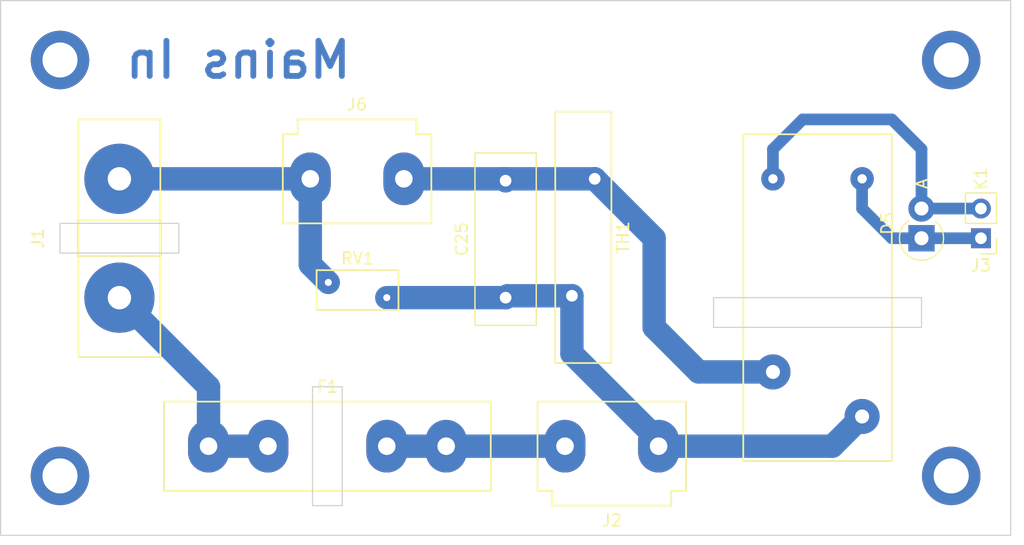
<source format=kicad_pcb>
(kicad_pcb (version 20171130) (host pcbnew 5.0.2-bee76a0~70~ubuntu16.04.1)

  (general
    (thickness 1.6)
    (drawings 17)
    (tracks 38)
    (zones 0)
    (modules 10)
    (nets 8)
  )

  (page A4)
  (layers
    (0 F.Cu signal)
    (31 B.Cu signal)
    (32 B.Adhes user)
    (33 F.Adhes user)
    (34 B.Paste user)
    (35 F.Paste user)
    (36 B.SilkS user)
    (37 F.SilkS user)
    (38 B.Mask user)
    (39 F.Mask user)
    (40 Dwgs.User user)
    (41 Cmts.User user)
    (42 Eco1.User user)
    (43 Eco2.User user)
    (44 Edge.Cuts user)
    (45 Margin user)
    (46 B.CrtYd user)
    (47 F.CrtYd user)
    (48 B.Fab user)
    (49 F.Fab user)
  )

  (setup
    (last_trace_width 1)
    (trace_clearance 1)
    (zone_clearance 0.508)
    (zone_45_only no)
    (trace_min 0.2)
    (segment_width 0.2)
    (edge_width 0.1)
    (via_size 0.8)
    (via_drill 0.4)
    (via_min_size 0.4)
    (via_min_drill 0.3)
    (uvia_size 0.3)
    (uvia_drill 0.1)
    (uvias_allowed no)
    (uvia_min_size 0.2)
    (uvia_min_drill 0.1)
    (pcb_text_width 0.3)
    (pcb_text_size 1.5 1.5)
    (mod_edge_width 0.15)
    (mod_text_size 1 1)
    (mod_text_width 0.15)
    (pad_size 1.5 1.5)
    (pad_drill 0.6)
    (pad_to_mask_clearance 0)
    (solder_mask_min_width 0.25)
    (aux_axis_origin 0 0)
    (visible_elements FFFFFF7F)
    (pcbplotparams
      (layerselection 0x00040_7ffffffe)
      (usegerberextensions false)
      (usegerberattributes false)
      (usegerberadvancedattributes false)
      (creategerberjobfile false)
      (excludeedgelayer true)
      (linewidth 0.100000)
      (plotframeref false)
      (viasonmask false)
      (mode 1)
      (useauxorigin false)
      (hpglpennumber 1)
      (hpglpenspeed 20)
      (hpglpendiameter 15.000000)
      (psnegative false)
      (psa4output false)
      (plotreference true)
      (plotvalue true)
      (plotinvisibletext false)
      (padsonsilk false)
      (subtractmaskfromsilk false)
      (outputformat 3)
      (mirror false)
      (drillshape 1)
      (scaleselection 1)
      (outputdirectory ""))
  )

  (net 0 "")
  (net 1 "Net-(C25-Pad1)")
  (net 2 "Net-(C25-Pad2)")
  (net 3 "Net-(D5-Pad1)")
  (net 4 "Net-(D5-Pad2)")
  (net 5 "Net-(F1-Pad2)")
  (net 6 "Net-(F1-Pad1)")
  (net 7 "Net-(J1-Pad2)")

  (net_class Default "This is the default net class."
    (clearance 1)
    (trace_width 1)
    (via_dia 0.8)
    (via_drill 0.4)
    (uvia_dia 0.3)
    (uvia_drill 0.1)
    (add_net "Net-(C25-Pad1)")
    (add_net "Net-(C25-Pad2)")
    (add_net "Net-(D5-Pad1)")
    (add_net "Net-(D5-Pad2)")
    (add_net "Net-(F1-Pad1)")
    (add_net "Net-(F1-Pad2)")
    (add_net "Net-(J1-Pad2)")
  )

  (module Capacitor_THT:C_Disc_D14.5mm_W5.0mm_P10.00mm (layer F.Cu) (tedit 5AE50EF0) (tstamp 5CEFA5DA)
    (at 53.34 35.56 90)
    (descr "C, Disc series, Radial, pin pitch=10.00mm, , diameter*width=14.5*5.0mm^2, Capacitor, http://www.vishay.com/docs/28535/vy2series.pdf")
    (tags "C Disc series Radial pin pitch 10.00mm  diameter 14.5mm width 5.0mm Capacitor")
    (path /5BCEF457)
    (fp_text reference C25 (at 5 -3.75 90) (layer F.SilkS)
      (effects (font (size 1 1) (thickness 0.15)))
    )
    (fp_text value "203M SF 250V AC" (at 5 3.75 90) (layer F.Fab)
      (effects (font (size 1 1) (thickness 0.15)))
    )
    (fp_line (start -2.25 -2.5) (end -2.25 2.5) (layer F.Fab) (width 0.1))
    (fp_line (start -2.25 2.5) (end 12.25 2.5) (layer F.Fab) (width 0.1))
    (fp_line (start 12.25 2.5) (end 12.25 -2.5) (layer F.Fab) (width 0.1))
    (fp_line (start 12.25 -2.5) (end -2.25 -2.5) (layer F.Fab) (width 0.1))
    (fp_line (start -2.37 -2.62) (end 12.37 -2.62) (layer F.SilkS) (width 0.12))
    (fp_line (start -2.37 2.62) (end 12.37 2.62) (layer F.SilkS) (width 0.12))
    (fp_line (start -2.37 -2.62) (end -2.37 2.62) (layer F.SilkS) (width 0.12))
    (fp_line (start 12.37 -2.62) (end 12.37 2.62) (layer F.SilkS) (width 0.12))
    (fp_line (start -2.5 -2.75) (end -2.5 2.75) (layer F.CrtYd) (width 0.05))
    (fp_line (start -2.5 2.75) (end 12.5 2.75) (layer F.CrtYd) (width 0.05))
    (fp_line (start 12.5 2.75) (end 12.5 -2.75) (layer F.CrtYd) (width 0.05))
    (fp_line (start 12.5 -2.75) (end -2.5 -2.75) (layer F.CrtYd) (width 0.05))
    (fp_text user %R (at 5 0 90) (layer F.Fab)
      (effects (font (size 1 1) (thickness 0.15)))
    )
    (pad 1 thru_hole circle (at 0 0 90) (size 2 2) (drill 1) (layers *.Cu *.Mask)
      (net 1 "Net-(C25-Pad1)"))
    (pad 2 thru_hole circle (at 10 0 90) (size 2 2) (drill 1) (layers *.Cu *.Mask)
      (net 2 "Net-(C25-Pad2)"))
    (model ${KISYS3DMOD}/Capacitor_THT.3dshapes/C_Disc_D14.5mm_W5.0mm_P10.00mm.wrl
      (at (xyz 0 0 0))
      (scale (xyz 1 1 1))
      (rotate (xyz 0 0 0))
    )
  )

  (module mixersupply_fuse:Fuseholder0520 (layer F.Cu) (tedit 5BC4A14C) (tstamp 5CEFA605)
    (at 38.1 48.26)
    (path /5BA8F401)
    (fp_text reference F1 (at 0 -5.08) (layer F.SilkS)
      (effects (font (size 1 1) (thickness 0.15)))
    )
    (fp_text value "Fuse 1.6A T" (at 0 -6.35) (layer F.Fab)
      (effects (font (size 1 1) (thickness 0.15)))
    )
    (fp_line (start 13.97 -3.81) (end 13.97 3.81) (layer F.SilkS) (width 0.15))
    (fp_line (start 13.97 3.81) (end -13.97 3.81) (layer F.SilkS) (width 0.15))
    (fp_line (start -13.97 3.81) (end -13.97 -3.81) (layer F.SilkS) (width 0.15))
    (fp_line (start -13.97 -3.81) (end 13.97 -3.81) (layer F.SilkS) (width 0.15))
    (pad 2 thru_hole oval (at 10.16 0 90) (size 4.5 3.5) (drill 1.5) (layers *.Cu *.Mask)
      (net 5 "Net-(F1-Pad2)"))
    (pad 2 thru_hole oval (at 5.08 0 90) (size 4.5 3.5) (drill 1.5) (layers *.Cu *.Mask)
      (net 5 "Net-(F1-Pad2)"))
    (pad 1 thru_hole oval (at -5.08 0 90) (size 4.5 3.5) (drill 1.5) (layers *.Cu *.Mask)
      (net 6 "Net-(F1-Pad1)"))
    (pad 1 thru_hole oval (at -10.16 0 90) (size 4.5 3.5) (drill 1.5) (layers *.Cu *.Mask)
      (net 6 "Net-(F1-Pad1)"))
  )

  (module mixersupply_connectors:AC_Connector (layer F.Cu) (tedit 5BC49EDC) (tstamp 5CEFA614)
    (at 20.32 30.48 90)
    (path /5BAE5D12)
    (fp_text reference J1 (at 0 -6.985 90) (layer F.SilkS)
      (effects (font (size 1 1) (thickness 0.15)))
    )
    (fp_text value "230V In" (at 0 -8.255 90) (layer F.Fab)
      (effects (font (size 1 1) (thickness 0.15)))
    )
    (fp_line (start -10.16 -3.5) (end 10.16 -3.5) (layer F.SilkS) (width 0.15))
    (fp_line (start 10.16 -3.5) (end 10.16 3.5) (layer F.SilkS) (width 0.15))
    (fp_line (start 10.16 3.5) (end -10.16 3.5) (layer F.SilkS) (width 0.15))
    (fp_line (start -10.16 3.5) (end -10.16 -3.5) (layer F.SilkS) (width 0.15))
    (fp_line (start 0 -3.556) (end 1.524 -3.556) (layer F.SilkS) (width 0.15))
    (fp_line (start 1.524 -3.556) (end 1.524 3.556) (layer F.SilkS) (width 0.15))
    (fp_line (start 1.524 3.556) (end -1.524 3.556) (layer F.SilkS) (width 0.15))
    (fp_line (start -1.524 3.556) (end -1.524 -3.556) (layer F.SilkS) (width 0.15))
    (fp_line (start -1.524 -3.556) (end 0 -3.556) (layer F.SilkS) (width 0.15))
    (pad 1 thru_hole circle (at -5.08 0 90) (size 6 6) (drill 2) (layers *.Cu *.Mask)
      (net 6 "Net-(F1-Pad1)"))
    (pad 2 thru_hole circle (at 5.08 0 90) (size 6 6) (drill 2) (layers *.Cu *.Mask)
      (net 7 "Net-(J1-Pad2)"))
  )

  (module mixersupply_connectors:2Pin_8mm_w_clipconnector (layer F.Cu) (tedit 5BC4A364) (tstamp 5CEFA622)
    (at 62.42 48.26 180)
    (path /5BD2B533)
    (fp_text reference J2 (at 0 -6.35 180) (layer F.SilkS)
      (effects (font (size 1 1) (thickness 0.15)))
    )
    (fp_text value "PWR Switch" (at 0 -7.62 180) (layer F.Fab)
      (effects (font (size 1 1) (thickness 0.15)))
    )
    (fp_line (start 6.35 -3.81) (end 6.35 3.81) (layer F.SilkS) (width 0.15))
    (fp_line (start 6.35 3.81) (end -6.35 3.81) (layer F.SilkS) (width 0.15))
    (fp_line (start -6.35 3.81) (end -6.35 -3.81) (layer F.SilkS) (width 0.15))
    (fp_line (start -6.35 -3.81) (end -5.08 -3.81) (layer F.SilkS) (width 0.15))
    (fp_line (start -5.08 -3.81) (end -5.08 -5.08) (layer F.SilkS) (width 0.15))
    (fp_line (start -5.08 -5.08) (end 5.08 -5.08) (layer F.SilkS) (width 0.15))
    (fp_line (start 5.08 -5.08) (end 5.08 -3.81) (layer F.SilkS) (width 0.15))
    (fp_line (start 5.08 -3.81) (end 6.35 -3.81) (layer F.SilkS) (width 0.15))
    (pad 1 thru_hole oval (at 4 0 270) (size 4.5 3.5) (drill 1.5) (layers *.Cu *.Mask)
      (net 5 "Net-(F1-Pad2)"))
    (pad 2 thru_hole oval (at -4 0 270) (size 4.5 3.5) (drill 1.5) (layers *.Cu *.Mask)
      (net 1 "Net-(C25-Pad1)"))
  )

  (module Connector_PinHeader_2.54mm:PinHeader_1x02_P2.54mm_Vertical (layer F.Cu) (tedit 59FED5CC) (tstamp 5CEFA638)
    (at 93.98 30.48 180)
    (descr "Through hole straight pin header, 1x02, 2.54mm pitch, single row")
    (tags "Through hole pin header THT 1x02 2.54mm single row")
    (path /5CF08DB4)
    (fp_text reference J3 (at 0 -2.33 180) (layer F.SilkS)
      (effects (font (size 1 1) (thickness 0.15)))
    )
    (fp_text value Relais_on (at 0 4.87 180) (layer F.Fab)
      (effects (font (size 1 1) (thickness 0.15)))
    )
    (fp_line (start -0.635 -1.27) (end 1.27 -1.27) (layer F.Fab) (width 0.1))
    (fp_line (start 1.27 -1.27) (end 1.27 3.81) (layer F.Fab) (width 0.1))
    (fp_line (start 1.27 3.81) (end -1.27 3.81) (layer F.Fab) (width 0.1))
    (fp_line (start -1.27 3.81) (end -1.27 -0.635) (layer F.Fab) (width 0.1))
    (fp_line (start -1.27 -0.635) (end -0.635 -1.27) (layer F.Fab) (width 0.1))
    (fp_line (start -1.33 3.87) (end 1.33 3.87) (layer F.SilkS) (width 0.12))
    (fp_line (start -1.33 1.27) (end -1.33 3.87) (layer F.SilkS) (width 0.12))
    (fp_line (start 1.33 1.27) (end 1.33 3.87) (layer F.SilkS) (width 0.12))
    (fp_line (start -1.33 1.27) (end 1.33 1.27) (layer F.SilkS) (width 0.12))
    (fp_line (start -1.33 0) (end -1.33 -1.33) (layer F.SilkS) (width 0.12))
    (fp_line (start -1.33 -1.33) (end 0 -1.33) (layer F.SilkS) (width 0.12))
    (fp_line (start -1.8 -1.8) (end -1.8 4.35) (layer F.CrtYd) (width 0.05))
    (fp_line (start -1.8 4.35) (end 1.8 4.35) (layer F.CrtYd) (width 0.05))
    (fp_line (start 1.8 4.35) (end 1.8 -1.8) (layer F.CrtYd) (width 0.05))
    (fp_line (start 1.8 -1.8) (end -1.8 -1.8) (layer F.CrtYd) (width 0.05))
    (fp_text user %R (at 0 1.27 270) (layer F.Fab)
      (effects (font (size 1 1) (thickness 0.15)))
    )
    (pad 1 thru_hole rect (at 0 0 180) (size 1.7 1.7) (drill 1) (layers *.Cu *.Mask)
      (net 3 "Net-(D5-Pad1)"))
    (pad 2 thru_hole oval (at 0 2.54 180) (size 1.7 1.7) (drill 1) (layers *.Cu *.Mask)
      (net 4 "Net-(D5-Pad2)"))
    (model ${KISYS3DMOD}/Connector_PinHeader_2.54mm.3dshapes/PinHeader_1x02_P2.54mm_Vertical.wrl
      (at (xyz 0 0 0))
      (scale (xyz 1 1 1))
      (rotate (xyz 0 0 0))
    )
  )

  (module mixersupply_connectors:2Pin_8mm_w_clipconnector (layer F.Cu) (tedit 5BC4A364) (tstamp 5CEFA646)
    (at 40.64 25.4)
    (path /5BC67AD5)
    (fp_text reference J6 (at 0 -6.35) (layer F.SilkS)
      (effects (font (size 1 1) (thickness 0.15)))
    )
    (fp_text value "Transformator Primary" (at 0 -7.62) (layer F.Fab)
      (effects (font (size 1 1) (thickness 0.15)))
    )
    (fp_line (start 5.08 -3.81) (end 6.35 -3.81) (layer F.SilkS) (width 0.15))
    (fp_line (start 5.08 -5.08) (end 5.08 -3.81) (layer F.SilkS) (width 0.15))
    (fp_line (start -5.08 -5.08) (end 5.08 -5.08) (layer F.SilkS) (width 0.15))
    (fp_line (start -5.08 -3.81) (end -5.08 -5.08) (layer F.SilkS) (width 0.15))
    (fp_line (start -6.35 -3.81) (end -5.08 -3.81) (layer F.SilkS) (width 0.15))
    (fp_line (start -6.35 3.81) (end -6.35 -3.81) (layer F.SilkS) (width 0.15))
    (fp_line (start 6.35 3.81) (end -6.35 3.81) (layer F.SilkS) (width 0.15))
    (fp_line (start 6.35 -3.81) (end 6.35 3.81) (layer F.SilkS) (width 0.15))
    (pad 2 thru_hole oval (at -4 0 90) (size 4.5 3.5) (drill 1.5) (layers *.Cu *.Mask)
      (net 7 "Net-(J1-Pad2)"))
    (pad 1 thru_hole oval (at 4 0 90) (size 4.5 3.5) (drill 1.5) (layers *.Cu *.Mask)
      (net 2 "Net-(C25-Pad2)"))
  )

  (module "mixersupply_relay:Relais DEG SDT-S-105LMR" (layer F.Cu) (tedit 5BC4BB47) (tstamp 5CEFA652)
    (at 83.82 25.4 270)
    (path /5BD04C3D)
    (fp_text reference K1 (at 0 -10.16 270) (layer F.SilkS)
      (effects (font (size 1 1) (thickness 0.15)))
    )
    (fp_text value "DEG SDT-S-105LMR" (at 0 -11.43 270) (layer F.Fab)
      (effects (font (size 1 1) (thickness 0.15)))
    )
    (fp_line (start -3.81 -2.54) (end 24.13 -2.54) (layer F.SilkS) (width 0.15))
    (fp_line (start 24.13 -2.54) (end 24.13 10.16) (layer F.SilkS) (width 0.15))
    (fp_line (start 24.13 10.16) (end -3.81 10.16) (layer F.SilkS) (width 0.15))
    (fp_line (start -3.81 10.16) (end -3.81 -2.54) (layer F.SilkS) (width 0.15))
    (pad A1 thru_hole circle (at 0 0 270) (size 2 2) (drill 0.8) (layers *.Cu *.Mask)
      (net 3 "Net-(D5-Pad1)"))
    (pad A2 thru_hole circle (at 0 7.62 270) (size 2 2) (drill 0.8) (layers *.Cu *.Mask)
      (net 4 "Net-(D5-Pad2)"))
    (pad 11 thru_hole circle (at 16.51 7.62 270) (size 3 3) (drill 1.2) (layers *.Cu *.Mask)
      (net 2 "Net-(C25-Pad2)"))
    (pad 14 thru_hole circle (at 20.32 0 270) (size 3 3) (drill 1.2) (layers *.Cu *.Mask)
      (net 1 "Net-(C25-Pad1)"))
  )

  (module Varistor:RV_Disc_D7mm_W3.4mm_P5mm (layer F.Cu) (tedit 5A0F68DF) (tstamp 5CEFB0E9)
    (at 43.18 35.56 180)
    (descr "Varistor, diameter 7mm, width 3.4mm, pitch 5mm")
    (tags "varistor SIOV")
    (path /5BDC383D)
    (fp_text reference RV1 (at 2.5 3.35 180) (layer F.SilkS)
      (effects (font (size 1 1) (thickness 0.15)))
    )
    (fp_text value Varistor (at 2.5 -2.05 180) (layer F.Fab)
      (effects (font (size 1 1) (thickness 0.15)))
    )
    (fp_text user %R (at 2.5 0.65 180) (layer F.Fab)
      (effects (font (size 1 1) (thickness 0.15)))
    )
    (fp_line (start -1.25 2.6) (end 6.25 2.6) (layer F.CrtYd) (width 0.05))
    (fp_line (start -1.25 -1.3) (end 6.25 -1.3) (layer F.CrtYd) (width 0.05))
    (fp_line (start 6.25 -1.3) (end 6.25 2.6) (layer F.CrtYd) (width 0.05))
    (fp_line (start -1.25 -1.3) (end -1.25 2.6) (layer F.CrtYd) (width 0.05))
    (fp_line (start -1 2.35) (end 6 2.35) (layer F.SilkS) (width 0.15))
    (fp_line (start -1 -1.05) (end 6 -1.05) (layer F.SilkS) (width 0.15))
    (fp_line (start 6 -1.05) (end 6 2.35) (layer F.SilkS) (width 0.15))
    (fp_line (start -1 -1.05) (end -1 2.35) (layer F.SilkS) (width 0.15))
    (fp_line (start -1 2.35) (end 6 2.35) (layer F.Fab) (width 0.1))
    (fp_line (start -1 -1.05) (end 6 -1.05) (layer F.Fab) (width 0.1))
    (fp_line (start 6 -1.05) (end 6 2.35) (layer F.Fab) (width 0.1))
    (fp_line (start -1 -1.05) (end -1 2.35) (layer F.Fab) (width 0.1))
    (pad 1 thru_hole circle (at 0 0 180) (size 1.6 1.6) (drill 0.6) (layers *.Cu *.Mask)
      (net 1 "Net-(C25-Pad1)"))
    (pad 2 thru_hole circle (at 5 1.3 180) (size 1.6 1.6) (drill 0.6) (layers *.Cu *.Mask)
      (net 7 "Net-(J1-Pad2)"))
    (model ${KISYS3DMOD}/Varistor.3dshapes/RV_Disc_D7mm_W3.4mm_P5mm.wrl
      (at (xyz 0 0 0))
      (scale (xyz 1 1 1))
      (rotate (xyz 0 0 0))
    )
  )

  (module Varistor:RV_Disc_D21.5mm_W4.8mm_P10mm (layer F.Cu) (tedit 5A0F68FE) (tstamp 5CEFA678)
    (at 59.01 35.4 90)
    (descr "Varistor, diameter 21.5mm, width 4.8mm, pitch 10mm")
    (tags "varistor SIOV")
    (path /5BCBFCA3)
    (fp_text reference TH1 (at 5 4.375 90) (layer F.SilkS)
      (effects (font (size 1 1) (thickness 0.15)))
    )
    (fp_text value Thermistor_NTC (at 5 -2.425 90) (layer F.Fab)
      (effects (font (size 1 1) (thickness 0.15)))
    )
    (fp_text user %R (at 5 0.975 90) (layer F.Fab)
      (effects (font (size 1 1) (thickness 0.15)))
    )
    (fp_line (start -6 3.63) (end 16 3.63) (layer F.CrtYd) (width 0.05))
    (fp_line (start -6 -1.68) (end 16 -1.68) (layer F.CrtYd) (width 0.05))
    (fp_line (start 16 -1.68) (end 16 3.63) (layer F.CrtYd) (width 0.05))
    (fp_line (start -6 -1.68) (end -6 3.63) (layer F.CrtYd) (width 0.05))
    (fp_line (start -5.75 3.375) (end 15.75 3.375) (layer F.SilkS) (width 0.15))
    (fp_line (start -5.75 -1.425) (end 15.75 -1.425) (layer F.SilkS) (width 0.15))
    (fp_line (start 15.75 -1.425) (end 15.75 3.375) (layer F.SilkS) (width 0.15))
    (fp_line (start -5.75 -1.425) (end -5.75 3.375) (layer F.SilkS) (width 0.15))
    (fp_line (start -5.75 3.375) (end 15.75 3.375) (layer F.Fab) (width 0.1))
    (fp_line (start -5.75 -1.425) (end 15.75 -1.425) (layer F.Fab) (width 0.1))
    (fp_line (start 15.75 -1.425) (end 15.75 3.375) (layer F.Fab) (width 0.1))
    (fp_line (start -5.75 -1.425) (end -5.75 3.375) (layer F.Fab) (width 0.1))
    (pad 1 thru_hole circle (at 0 0 90) (size 2 2) (drill 1) (layers *.Cu *.Mask)
      (net 1 "Net-(C25-Pad1)"))
    (pad 2 thru_hole circle (at 10 1.95 90) (size 2 2) (drill 1) (layers *.Cu *.Mask)
      (net 2 "Net-(C25-Pad2)"))
    (model ${KISYS3DMOD}/Varistor.3dshapes/RV_Disc_D21.5mm_W4.8mm_P10mm.wrl
      (at (xyz 0 0 0))
      (scale (xyz 1 1 1))
      (rotate (xyz 0 0 0))
    )
  )

  (module Diode_THT:D_DO-15_P2.54mm_Vertical_AnodeUp (layer F.Cu) (tedit 5AE50CD5) (tstamp 5CEFB622)
    (at 88.9 30.48 90)
    (descr "Diode, DO-15 series, Axial, Vertical, pin pitch=2.54mm, , length*diameter=7.6*3.6mm^2, , http://www.diodes.com/_files/packages/DO-15.pdf")
    (tags "Diode DO-15 series Axial Vertical pin pitch 2.54mm  length 7.6mm diameter 3.6mm")
    (path /5BA90880)
    (fp_text reference D5 (at 1.27 -2.92 90) (layer F.SilkS)
      (effects (font (size 1 1) (thickness 0.15)))
    )
    (fp_text value DIODE (at 1.27 3.809 90) (layer F.Fab)
      (effects (font (size 1 1) (thickness 0.15)))
    )
    (fp_arc (start 0 0) (end 1.514596 -1.12) (angle -284.154462) (layer F.SilkS) (width 0.12))
    (fp_circle (center 0 0) (end 1.8 0) (layer F.Fab) (width 0.1))
    (fp_line (start 0 0) (end 2.54 0) (layer F.Fab) (width 0.1))
    (fp_line (start -2.05 -2.05) (end -2.05 2.05) (layer F.CrtYd) (width 0.05))
    (fp_line (start -2.05 2.05) (end 3.91 2.05) (layer F.CrtYd) (width 0.05))
    (fp_line (start 3.91 2.05) (end 3.91 -2.05) (layer F.CrtYd) (width 0.05))
    (fp_line (start 3.91 -2.05) (end -2.05 -2.05) (layer F.CrtYd) (width 0.05))
    (fp_text user %R (at 1.27 -2.92 90) (layer F.Fab)
      (effects (font (size 1 1) (thickness 0.15)))
    )
    (fp_text user A (at 4.66 0 90) (layer F.Fab)
      (effects (font (size 1 1) (thickness 0.15)))
    )
    (fp_text user A (at 4.66 0 90) (layer F.SilkS)
      (effects (font (size 1 1) (thickness 0.15)))
    )
    (pad 1 thru_hole rect (at 0 0 90) (size 2.24 2.24) (drill 1.2) (layers *.Cu *.Mask)
      (net 3 "Net-(D5-Pad1)"))
    (pad 2 thru_hole oval (at 2.54 0 90) (size 2.24 2.24) (drill 1.2) (layers *.Cu *.Mask)
      (net 4 "Net-(D5-Pad2)"))
    (model ${KISYS3DMOD}/Diode_THT.3dshapes/D_DO-15_P2.54mm_Vertical_AnodeUp.wrl
      (at (xyz 0 0 0))
      (scale (xyz 1 1 1))
      (rotate (xyz 0 0 0))
    )
  )

  (gr_text "Mains In" (at 30.48 15.24) (layer B.Cu)
    (effects (font (size 3 3) (thickness 0.5)) (justify mirror))
  )
  (gr_line (start 39.37 43.18) (end 36.83 43.18) (layer Edge.Cuts) (width 0.1))
  (gr_line (start 39.37 53.34) (end 39.37 43.18) (layer Edge.Cuts) (width 0.1))
  (gr_line (start 36.83 53.34) (end 39.37 53.34) (layer Edge.Cuts) (width 0.1))
  (gr_line (start 36.83 43.18) (end 36.83 53.34) (layer Edge.Cuts) (width 0.1))
  (gr_line (start 15.24 31.75) (end 15.24 29.21) (layer Edge.Cuts) (width 0.1))
  (gr_line (start 25.4 31.75) (end 15.24 31.75) (layer Edge.Cuts) (width 0.1))
  (gr_line (start 25.4 29.21) (end 25.4 31.75) (layer Edge.Cuts) (width 0.1))
  (gr_line (start 15.24 29.21) (end 25.4 29.21) (layer Edge.Cuts) (width 0.1))
  (gr_line (start 10.16 55.88) (end 10.16 10.16) (layer Edge.Cuts) (width 0.1))
  (gr_line (start 96.52 55.88) (end 10.16 55.88) (layer Edge.Cuts) (width 0.1))
  (gr_line (start 96.52 10.16) (end 96.52 55.88) (layer Edge.Cuts) (width 0.1))
  (gr_line (start 10.16 10.16) (end 96.52 10.16) (layer Edge.Cuts) (width 0.1))
  (gr_line (start 71.12 35.56) (end 71.12 38.1) (layer Edge.Cuts) (width 0.1))
  (gr_line (start 88.9 35.56) (end 71.12 35.56) (layer Edge.Cuts) (width 0.1))
  (gr_line (start 88.9 38.1) (end 88.9 35.56) (layer Edge.Cuts) (width 0.1))
  (gr_line (start 71.12 38.1) (end 88.9 38.1) (layer Edge.Cuts) (width 0.1))

  (via (at 15.24 15.24) (size 5) (drill 3) (layers F.Cu B.Cu) (net 0))
  (via (at 15.24 50.8) (size 5) (drill 3) (layers F.Cu B.Cu) (net 0) (tstamp 5CEFB3E8))
  (via (at 91.44 15.24) (size 5) (drill 3) (layers F.Cu B.Cu) (net 0) (tstamp 5CEFB6A1))
  (via (at 91.44 50.8) (size 5) (drill 3) (layers F.Cu B.Cu) (net 0) (tstamp 5CEFB6A3))
  (segment (start 53.34 35.56) (end 43.18 35.56) (width 2) (layer B.Cu) (net 1) (status 30))
  (segment (start 81.28 48.26) (end 83.82 45.72) (width 2) (layer B.Cu) (net 1) (status 20))
  (segment (start 59.01 35.4) (end 59.01 40.35) (width 2) (layer B.Cu) (net 1) (status 10))
  (segment (start 53.5 35.4) (end 53.34 35.56) (width 2) (layer B.Cu) (net 1) (status 30))
  (segment (start 59.01 35.4) (end 53.5 35.4) (width 2) (layer B.Cu) (net 1) (status 30))
  (segment (start 66.42 48.26) (end 81.28 48.26) (width 2) (layer B.Cu) (net 1))
  (segment (start 66.42 47.76) (end 66.42 48.26) (width 2) (layer B.Cu) (net 1))
  (segment (start 59.01 40.35) (end 66.42 47.76) (width 2) (layer B.Cu) (net 1))
  (segment (start 66.04 30.48) (end 66.04 38.1) (width 2) (layer B.Cu) (net 2))
  (segment (start 60.96 25.4) (end 66.04 30.48) (width 2) (layer B.Cu) (net 2) (status 10))
  (segment (start 69.85 41.91) (end 66.04 38.1) (width 2) (layer B.Cu) (net 2))
  (segment (start 76.2 41.91) (end 69.85 41.91) (width 2) (layer B.Cu) (net 2) (status 10))
  (segment (start 53.5 25.4) (end 53.34 25.56) (width 2) (layer B.Cu) (net 2) (status 30))
  (segment (start 60.96 25.4) (end 53.5 25.4) (width 2) (layer B.Cu) (net 2) (status 30))
  (segment (start 53.18 25.4) (end 53.34 25.56) (width 2) (layer B.Cu) (net 2))
  (segment (start 44.64 25.4) (end 53.18 25.4) (width 2) (layer B.Cu) (net 2))
  (segment (start 93.98 30.48) (end 88.9 30.48) (width 1) (layer B.Cu) (net 3))
  (segment (start 83.82 25.4) (end 83.82 27.94) (width 1) (layer B.Cu) (net 3))
  (segment (start 86.36 30.48) (end 88.9 30.48) (width 1) (layer B.Cu) (net 3))
  (segment (start 83.82 27.94) (end 86.36 30.48) (width 1) (layer B.Cu) (net 3))
  (segment (start 86.36 20.32) (end 78.74 20.32) (width 1) (layer B.Cu) (net 4))
  (segment (start 78.74 20.32) (end 76.2 22.86) (width 1) (layer B.Cu) (net 4))
  (segment (start 76.2 22.86) (end 76.2 25.4) (width 1) (layer B.Cu) (net 4) (status 20))
  (segment (start 93.98 27.94) (end 88.9 27.94) (width 1) (layer B.Cu) (net 4))
  (segment (start 88.9 22.86) (end 86.36 20.32) (width 1) (layer B.Cu) (net 4))
  (segment (start 88.9 27.94) (end 88.9 22.86) (width 1) (layer B.Cu) (net 4))
  (segment (start 43.18 48.26) (end 48.26 48.26) (width 2) (layer B.Cu) (net 5) (status 30))
  (segment (start 48.26 48.26) (end 58.42 48.26) (width 2) (layer B.Cu) (net 5))
  (segment (start 33.02 48.26) (end 27.94 48.26) (width 2) (layer B.Cu) (net 6) (status 30))
  (segment (start 27.94 43.18) (end 20.32 35.56) (width 2) (layer B.Cu) (net 6) (status 20))
  (segment (start 27.94 48.26) (end 27.94 43.18) (width 2) (layer B.Cu) (net 6) (status 10))
  (segment (start 36.64 32.72) (end 38.18 34.26) (width 2) (layer B.Cu) (net 7))
  (segment (start 36.64 25.4) (end 36.64 32.72) (width 2) (layer B.Cu) (net 7))
  (segment (start 36.64 25.4) (end 20.32 25.4) (width 2) (layer B.Cu) (net 7))

)

</source>
